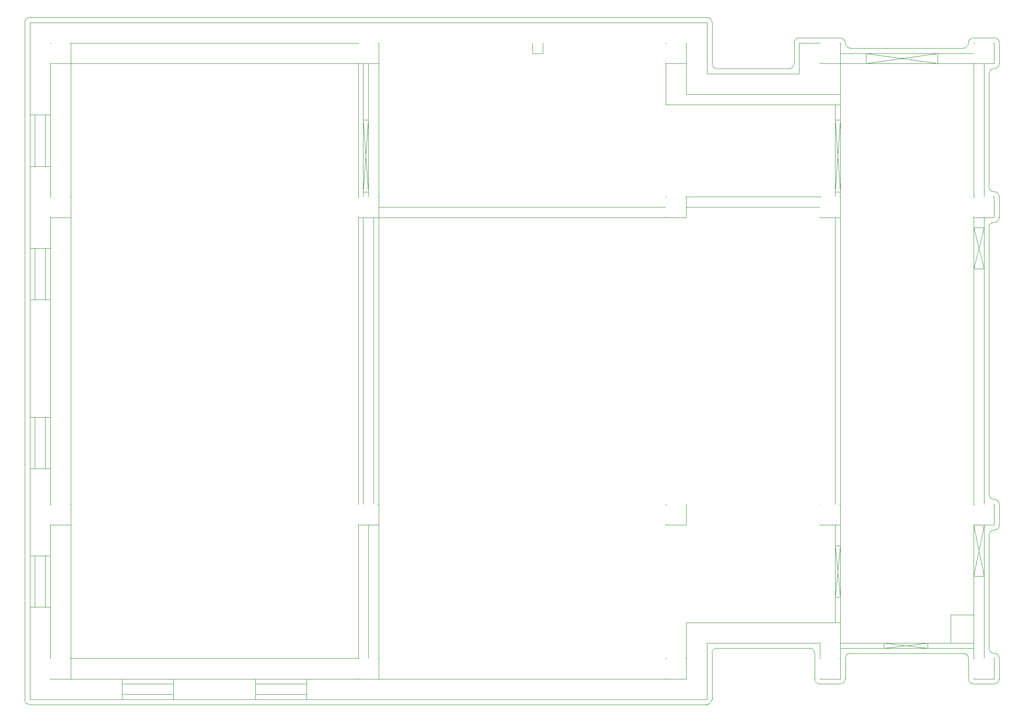
<source format=gbr>
G04 #@! TF.GenerationSoftware,KiCad,Pcbnew,6.0.10+dfsg-1~bpo11+1*
G04 #@! TF.ProjectId,storage,73746f72-6167-4652-9e6b-696361645f70,5.0*
G04 #@! TF.SameCoordinates,Original*
G04 #@! TF.FileFunction,Legend,Bot*
G04 #@! TF.FilePolarity,Positive*
%FSLAX46Y46*%
G04 Gerber Fmt 4.6, Leading zero omitted, Abs format (unit mm)*
%MOMM*%
%LPD*%
G01*
G04 APERTURE LIST*
%ADD10C,0.120000*%
G04 #@! TA.AperFunction,Profile*
%ADD11C,0.120000*%
G04 #@! TD*
G04 APERTURE END LIST*
D10*
X115000000Y-65000000D02*
X115000000Y-121000000D01*
X59000000Y-31000000D02*
X59000000Y-35000000D01*
X205000000Y-31000000D02*
X209000000Y-31000000D01*
X119000000Y-35000000D02*
X115000000Y-35000000D01*
X179000000Y-151000000D02*
X179000000Y-155000000D01*
X209000000Y-35000000D02*
X209000000Y-61000000D01*
X235000000Y-151000000D02*
X239000000Y-151000000D01*
X235000000Y-149000000D02*
X209000000Y-149000000D01*
X179000000Y-144000000D02*
X209000000Y-144000000D01*
X208000000Y-46000000D02*
X209000000Y-60000000D01*
X209000000Y-129000000D02*
X208000000Y-129000000D01*
X239000000Y-35000000D02*
X235000000Y-35000000D01*
X105000000Y-156000000D02*
X95000000Y-156000000D01*
X239000000Y-121000000D02*
X239000000Y-125000000D01*
X55000000Y-151000000D02*
X59000000Y-151000000D01*
X230500000Y-148000000D02*
X230500000Y-142500000D01*
X55000000Y-35000000D02*
X55000000Y-31000000D01*
X55000000Y-35000000D02*
X55000000Y-61000000D01*
X151000000Y-33000000D02*
X151000000Y-31000000D01*
X175000000Y-151000000D02*
X179000000Y-151000000D01*
X235000000Y-75000000D02*
X237000000Y-75000000D01*
X205000000Y-151000000D02*
X205000000Y-148000000D01*
X59000000Y-155000000D02*
X55000000Y-155000000D01*
X209000000Y-151000000D02*
X209000000Y-155000000D01*
X235000000Y-67000000D02*
X237000000Y-67000000D01*
X117000000Y-125000000D02*
X117000000Y-151000000D01*
X59000000Y-121000000D02*
X59000000Y-125000000D01*
X175000000Y-65000000D02*
X175000000Y-61000000D01*
X115000000Y-151000000D02*
X59000000Y-151000000D01*
X209000000Y-121000000D02*
X209000000Y-65000000D01*
X116000000Y-121000000D02*
X116000000Y-65000000D01*
X228000000Y-33000000D02*
X214000000Y-35000000D01*
X237000000Y-125000000D02*
X237000000Y-151000000D01*
X116000000Y-60000000D02*
X117000000Y-46000000D01*
X55000000Y-104000000D02*
X51000000Y-104000000D01*
X237000000Y-35000000D02*
X237000000Y-61000000D01*
X183000000Y-37000000D02*
X183000000Y-27000000D01*
X54000000Y-141000000D02*
X54000000Y-131000000D01*
X209000000Y-121000000D02*
X209000000Y-125000000D01*
X179000000Y-31000000D02*
X179000000Y-35000000D01*
X54000000Y-55000000D02*
X54000000Y-45000000D01*
X201000000Y-37000000D02*
X183000000Y-37000000D01*
X52000000Y-81000000D02*
X52000000Y-71000000D01*
X117000000Y-46000000D02*
X116000000Y-46000000D01*
X115000000Y-121000000D02*
X119000000Y-121000000D01*
X175000000Y-31000000D02*
X179000000Y-31000000D01*
X115000000Y-155000000D02*
X115000000Y-151000000D01*
X239000000Y-65000000D02*
X235000000Y-65000000D01*
X209000000Y-148000000D02*
X235000000Y-148000000D01*
X119000000Y-151000000D02*
X119000000Y-155000000D01*
X226000000Y-148000000D02*
X226000000Y-149000000D01*
X179000000Y-35000000D02*
X175000000Y-35000000D01*
X59000000Y-121000000D02*
X59000000Y-65000000D01*
X175000000Y-63000000D02*
X119000000Y-63000000D01*
X55000000Y-45000000D02*
X51000000Y-45000000D01*
X237000000Y-135000000D02*
X235000000Y-135000000D01*
X209000000Y-151000000D02*
X209000000Y-125000000D01*
X115000000Y-125000000D02*
X115000000Y-121000000D01*
X205000000Y-151000000D02*
X209000000Y-151000000D01*
X55000000Y-125000000D02*
X55000000Y-121000000D01*
X205000000Y-61000000D02*
X209000000Y-61000000D01*
X59000000Y-151000000D02*
X59000000Y-155000000D01*
X235000000Y-155000000D02*
X235000000Y-151000000D01*
X59000000Y-151000000D02*
X59000000Y-125000000D01*
X51000000Y-131000000D02*
X55000000Y-131000000D01*
X235000000Y-121000000D02*
X239000000Y-121000000D01*
X55000000Y-61000000D02*
X59000000Y-61000000D01*
X175000000Y-35000000D02*
X175000000Y-31000000D01*
X55000000Y-141000000D02*
X51000000Y-141000000D01*
X205000000Y-148000000D02*
X183000000Y-148000000D01*
X209000000Y-60000000D02*
X208000000Y-60000000D01*
X116000000Y-46000000D02*
X117000000Y-60000000D01*
X209000000Y-35000000D02*
X205000000Y-35000000D01*
X208000000Y-139000000D02*
X209000000Y-139000000D01*
X237000000Y-65000000D02*
X237000000Y-121000000D01*
X175000000Y-121000000D02*
X179000000Y-121000000D01*
X95000000Y-159000000D02*
X95000000Y-155000000D01*
X69000000Y-155000000D02*
X69000000Y-159000000D01*
X179000000Y-121000000D02*
X179000000Y-125000000D01*
X115000000Y-35000000D02*
X115000000Y-61000000D01*
X230500000Y-142500000D02*
X235000000Y-142500000D01*
X235000000Y-135000000D02*
X237000000Y-125000000D01*
X208000000Y-61000000D02*
X208000000Y-43000000D01*
X183000000Y-148000000D02*
X183000000Y-159000000D01*
X209000000Y-33000000D02*
X235000000Y-33000000D01*
X205000000Y-35000000D02*
X205000000Y-31000000D01*
X116000000Y-35000000D02*
X116000000Y-61000000D01*
X115000000Y-151000000D02*
X119000000Y-151000000D01*
X217500000Y-149000000D02*
X226000000Y-148000000D01*
X235000000Y-61000000D02*
X235000000Y-35000000D01*
X175000000Y-43000000D02*
X175000000Y-35000000D01*
X209000000Y-61000000D02*
X209000000Y-65000000D01*
X59000000Y-155000000D02*
X115000000Y-155000000D01*
X214000000Y-35000000D02*
X214000000Y-33000000D01*
X119000000Y-65000000D02*
X119000000Y-121000000D01*
X205000000Y-61000000D02*
X179000000Y-61000000D01*
X235000000Y-151000000D02*
X235000000Y-125000000D01*
X119000000Y-61000000D02*
X119000000Y-65000000D01*
X175000000Y-61000000D02*
X179000000Y-61000000D01*
X55000000Y-155000000D02*
X55000000Y-151000000D01*
X79000000Y-158000000D02*
X69000000Y-158000000D01*
X51000000Y-81000000D02*
X55000000Y-81000000D01*
X55000000Y-31000000D02*
X59000000Y-31000000D01*
X51000000Y-159000000D02*
X51000000Y-27000000D01*
X208000000Y-129000000D02*
X209000000Y-139000000D01*
X149000000Y-31000000D02*
X149000000Y-33000000D01*
X239000000Y-31000000D02*
X239000000Y-35000000D01*
X54000000Y-81000000D02*
X54000000Y-71000000D01*
X179000000Y-155000000D02*
X175000000Y-155000000D01*
X118000000Y-65000000D02*
X118000000Y-121000000D01*
X235000000Y-61000000D02*
X239000000Y-61000000D01*
X179000000Y-35000000D02*
X179000000Y-41000000D01*
X179000000Y-125000000D02*
X175000000Y-125000000D01*
X119000000Y-61000000D02*
X119000000Y-35000000D01*
X179000000Y-41000000D02*
X209000000Y-41000000D01*
X209000000Y-125000000D02*
X205000000Y-125000000D01*
X115000000Y-151000000D02*
X115000000Y-125000000D01*
X105000000Y-155000000D02*
X105000000Y-159000000D01*
X175000000Y-155000000D02*
X175000000Y-151000000D01*
X55000000Y-65000000D02*
X55000000Y-121000000D01*
X119000000Y-31000000D02*
X119000000Y-35000000D01*
X235000000Y-75000000D02*
X237000000Y-67000000D01*
X55000000Y-65000000D02*
X55000000Y-61000000D01*
X115000000Y-31000000D02*
X59000000Y-31000000D01*
X235000000Y-65000000D02*
X235000000Y-61000000D01*
X217500000Y-148000000D02*
X217500000Y-149000000D01*
X235000000Y-121000000D02*
X235000000Y-65000000D01*
X59000000Y-65000000D02*
X55000000Y-65000000D01*
X179000000Y-61000000D02*
X179000000Y-65000000D01*
X79000000Y-155000000D02*
X79000000Y-159000000D01*
X209000000Y-65000000D02*
X205000000Y-65000000D01*
X105000000Y-158000000D02*
X95000000Y-158000000D01*
X54000000Y-114000000D02*
X54000000Y-104000000D01*
X205000000Y-65000000D02*
X205000000Y-61000000D01*
X119000000Y-65000000D02*
X175000000Y-65000000D01*
X226000000Y-149000000D02*
X217500000Y-148000000D01*
X55000000Y-121000000D02*
X59000000Y-121000000D01*
X209000000Y-43000000D02*
X175000000Y-43000000D01*
X119000000Y-125000000D02*
X115000000Y-125000000D01*
X208000000Y-60000000D02*
X209000000Y-46000000D01*
X119000000Y-65000000D02*
X115000000Y-65000000D01*
X115000000Y-65000000D02*
X115000000Y-61000000D01*
X52000000Y-141000000D02*
X52000000Y-131000000D01*
X205000000Y-155000000D02*
X205000000Y-151000000D01*
X205000000Y-125000000D02*
X205000000Y-121000000D01*
X179000000Y-63000000D02*
X205000000Y-63000000D01*
X237000000Y-135000000D02*
X235000000Y-125000000D01*
X235000000Y-67000000D02*
X237000000Y-75000000D01*
X115000000Y-35000000D02*
X115000000Y-31000000D01*
X175000000Y-125000000D02*
X175000000Y-121000000D01*
X235000000Y-31000000D02*
X239000000Y-31000000D01*
X55000000Y-71000000D02*
X51000000Y-71000000D01*
X179000000Y-65000000D02*
X175000000Y-65000000D01*
X208000000Y-125000000D02*
X208000000Y-144000000D01*
X209000000Y-46000000D02*
X208000000Y-46000000D01*
X205000000Y-121000000D02*
X209000000Y-121000000D01*
X59000000Y-61000000D02*
X59000000Y-65000000D01*
X239000000Y-61000000D02*
X239000000Y-65000000D01*
X115000000Y-31000000D02*
X119000000Y-31000000D01*
X179000000Y-151000000D02*
X179000000Y-144000000D01*
X51000000Y-27000000D02*
X183000000Y-27000000D01*
X209000000Y-35000000D02*
X235000000Y-35000000D01*
X239000000Y-125000000D02*
X235000000Y-125000000D01*
X115000000Y-61000000D02*
X119000000Y-61000000D01*
X52000000Y-114000000D02*
X52000000Y-104000000D01*
X209000000Y-155000000D02*
X205000000Y-155000000D01*
X239000000Y-151000000D02*
X239000000Y-155000000D01*
X51000000Y-55000000D02*
X55000000Y-55000000D01*
X235000000Y-35000000D02*
X235000000Y-31000000D01*
X228000000Y-35000000D02*
X228000000Y-33000000D01*
X209000000Y-31000000D02*
X209000000Y-35000000D01*
X55000000Y-125000000D02*
X55000000Y-151000000D01*
X117000000Y-61000000D02*
X117000000Y-35000000D01*
X208000000Y-65000000D02*
X208000000Y-121000000D01*
X51000000Y-114000000D02*
X55000000Y-114000000D01*
X117000000Y-60000000D02*
X116000000Y-60000000D01*
X239000000Y-155000000D02*
X235000000Y-155000000D01*
X235000000Y-125000000D02*
X235000000Y-121000000D01*
X52000000Y-55000000D02*
X52000000Y-45000000D01*
X59000000Y-125000000D02*
X55000000Y-125000000D01*
X119000000Y-155000000D02*
X175000000Y-155000000D01*
X201000000Y-31000000D02*
X201000000Y-37000000D01*
X59000000Y-35000000D02*
X115000000Y-35000000D01*
X79000000Y-156000000D02*
X69000000Y-156000000D01*
X119000000Y-125000000D02*
X119000000Y-151000000D01*
X214000000Y-33000000D02*
X228000000Y-35000000D01*
X205000000Y-31000000D02*
X201000000Y-31000000D01*
X119000000Y-155000000D02*
X115000000Y-155000000D01*
X208000000Y-139000000D02*
X209000000Y-129000000D01*
X59000000Y-61000000D02*
X59000000Y-35000000D01*
X119000000Y-121000000D02*
X119000000Y-125000000D01*
X149000000Y-33000000D02*
X151000000Y-33000000D01*
X59000000Y-35000000D02*
X55000000Y-35000000D01*
X183000000Y-159000000D02*
X51000000Y-159000000D01*
D11*
X51000000Y-26000000D02*
X183000000Y-26000000D01*
X240000000Y-151000000D02*
X240000000Y-155000000D01*
X210000000Y-151000000D02*
X210000000Y-155000000D01*
X183000000Y-160000000D02*
X51000000Y-160000000D01*
X184000000Y-150000000D02*
X184000000Y-159000000D01*
X203000000Y-149000000D02*
X185000000Y-149000000D01*
X200000000Y-35000000D02*
X200000000Y-31000000D01*
X185000000Y-36000000D02*
X199000000Y-36000000D01*
X211000000Y-32000000D02*
X233000000Y-32000000D01*
X240000000Y-121000000D02*
X240000000Y-125000000D01*
X209000000Y-156000000D02*
X205000000Y-156000000D01*
X238000000Y-67000000D02*
X238000000Y-119000000D01*
X234000000Y-155000000D02*
X234000000Y-151000000D01*
X239000000Y-156000000D02*
X235000000Y-156000000D01*
X233000000Y-150000000D02*
X211000000Y-150000000D01*
X201000000Y-30000000D02*
X209000000Y-30000000D01*
X240000000Y-31000000D02*
X240000000Y-35000000D01*
X184000000Y-27000000D02*
X184000000Y-35000000D01*
X204000000Y-155000000D02*
X204000000Y-150000000D01*
X50000000Y-159000000D02*
X50000000Y-27000000D01*
X235000000Y-30000000D02*
X239000000Y-30000000D01*
X238000000Y-37000000D02*
X238000000Y-59000000D01*
X238000000Y-127000000D02*
X238000000Y-149000000D01*
X240000000Y-61000000D02*
X240000000Y-65000000D01*
X51000000Y-26000000D02*
G75*
G03*
X50000000Y-27000000I-1J-999999D01*
G01*
X50000000Y-159000000D02*
G75*
G03*
X51000000Y-160000000I999999J-1D01*
G01*
X238000000Y-119000000D02*
G75*
G03*
X239000000Y-120000000I1000000J0D01*
G01*
X199000000Y-36000000D02*
G75*
G03*
X200000000Y-35000000I0J1000000D01*
G01*
X234000000Y-155000000D02*
G75*
G03*
X235000000Y-156000000I1000000J0D01*
G01*
X211000000Y-150000000D02*
G75*
G03*
X210000000Y-151000000I0J-1000000D01*
G01*
X240000000Y-151000000D02*
G75*
G03*
X239000000Y-150000000I-1000000J0D01*
G01*
X239000000Y-126000000D02*
G75*
G03*
X240000000Y-125000000I0J1000000D01*
G01*
X239000000Y-36000000D02*
G75*
G03*
X240000000Y-35000000I0J1000000D01*
G01*
X184000000Y-27000000D02*
G75*
G03*
X183000000Y-26000000I-1000000J0D01*
G01*
X183000000Y-160000000D02*
G75*
G03*
X184000000Y-159000000I0J1000000D01*
G01*
X239000000Y-66000000D02*
G75*
G03*
X240000000Y-65000000I0J1000000D01*
G01*
X185000000Y-149000000D02*
G75*
G03*
X184000000Y-150000000I0J-1000000D01*
G01*
X238000000Y-59000000D02*
G75*
G03*
X239000000Y-60000000I1000000J0D01*
G01*
X239000000Y-126000000D02*
G75*
G03*
X238000000Y-127000000I0J-1000000D01*
G01*
X240000000Y-121000000D02*
G75*
G03*
X239000000Y-120000000I-1000000J0D01*
G01*
X239000000Y-36000000D02*
G75*
G03*
X238000000Y-37000000I0J-1000000D01*
G01*
X240000000Y-61000000D02*
G75*
G03*
X239000000Y-60000000I-1000000J0D01*
G01*
X234000000Y-151000000D02*
G75*
G03*
X233000000Y-150000000I-1000000J0D01*
G01*
X239000000Y-66000000D02*
G75*
G03*
X238000000Y-67000000I0J-1000000D01*
G01*
X210000000Y-31000000D02*
G75*
G03*
X209000000Y-30000000I-1000000J0D01*
G01*
X240000000Y-31000000D02*
G75*
G03*
X239000000Y-30000000I-1000000J0D01*
G01*
X204000000Y-155000000D02*
G75*
G03*
X205000000Y-156000000I1000000J0D01*
G01*
X210000000Y-31000000D02*
G75*
G03*
X211000000Y-32000000I1000000J0D01*
G01*
X233000000Y-32000000D02*
G75*
G03*
X234000000Y-31000000I0J1000000D01*
G01*
X239000000Y-156000000D02*
G75*
G03*
X240000000Y-155000000I0J1000000D01*
G01*
X209000000Y-156000000D02*
G75*
G03*
X210000000Y-155000000I0J1000000D01*
G01*
X201000000Y-30000000D02*
G75*
G03*
X200000000Y-31000000I0J-1000000D01*
G01*
X235000000Y-30000000D02*
G75*
G03*
X234000000Y-31000000I0J-1000000D01*
G01*
X238000000Y-149000000D02*
G75*
G03*
X239000000Y-150000000I1000000J0D01*
G01*
X204000000Y-150000000D02*
G75*
G03*
X203000000Y-149000000I-1000000J0D01*
G01*
X184000000Y-35000000D02*
G75*
G03*
X185000000Y-36000000I1000000J0D01*
G01*
%LPC*%
G36*
G01*
X235000000Y-64800000D02*
X235000000Y-61200000D01*
G75*
G02*
X235200000Y-61000000I200000J0D01*
G01*
X238800000Y-61000000D01*
G75*
G02*
X239000000Y-61200000I0J-200000D01*
G01*
X239000000Y-64800000D01*
G75*
G02*
X238800000Y-65000000I-200000J0D01*
G01*
X235200000Y-65000000D01*
G75*
G02*
X235000000Y-64800000I0J200000D01*
G01*
G37*
G36*
G01*
X235000000Y-154800000D02*
X235000000Y-151200000D01*
G75*
G02*
X235200000Y-151000000I200000J0D01*
G01*
X238800000Y-151000000D01*
G75*
G02*
X239000000Y-151200000I0J-200000D01*
G01*
X239000000Y-154800000D01*
G75*
G02*
X238800000Y-155000000I-200000J0D01*
G01*
X235200000Y-155000000D01*
G75*
G02*
X235000000Y-154800000I0J200000D01*
G01*
G37*
G36*
G01*
X55000000Y-124800000D02*
X55000000Y-121200000D01*
G75*
G02*
X55200000Y-121000000I200000J0D01*
G01*
X58800000Y-121000000D01*
G75*
G02*
X59000000Y-121200000I0J-200000D01*
G01*
X59000000Y-124800000D01*
G75*
G02*
X58800000Y-125000000I-200000J0D01*
G01*
X55200000Y-125000000D01*
G75*
G02*
X55000000Y-124800000I0J200000D01*
G01*
G37*
G36*
G01*
X175000000Y-64800000D02*
X175000000Y-61200000D01*
G75*
G02*
X175200000Y-61000000I200000J0D01*
G01*
X178800000Y-61000000D01*
G75*
G02*
X179000000Y-61200000I0J-200000D01*
G01*
X179000000Y-64800000D01*
G75*
G02*
X178800000Y-65000000I-200000J0D01*
G01*
X175200000Y-65000000D01*
G75*
G02*
X175000000Y-64800000I0J200000D01*
G01*
G37*
G36*
G01*
X115000000Y-64800000D02*
X115000000Y-61200000D01*
G75*
G02*
X115200000Y-61000000I200000J0D01*
G01*
X118800000Y-61000000D01*
G75*
G02*
X119000000Y-61200000I0J-200000D01*
G01*
X119000000Y-64800000D01*
G75*
G02*
X118800000Y-65000000I-200000J0D01*
G01*
X115200000Y-65000000D01*
G75*
G02*
X115000000Y-64800000I0J200000D01*
G01*
G37*
G36*
G01*
X175000000Y-154800000D02*
X175000000Y-151200000D01*
G75*
G02*
X175200000Y-151000000I200000J0D01*
G01*
X178800000Y-151000000D01*
G75*
G02*
X179000000Y-151200000I0J-200000D01*
G01*
X179000000Y-154800000D01*
G75*
G02*
X178800000Y-155000000I-200000J0D01*
G01*
X175200000Y-155000000D01*
G75*
G02*
X175000000Y-154800000I0J200000D01*
G01*
G37*
G36*
G01*
X175000000Y-34800000D02*
X175000000Y-31200000D01*
G75*
G02*
X175200000Y-31000000I200000J0D01*
G01*
X178800000Y-31000000D01*
G75*
G02*
X179000000Y-31200000I0J-200000D01*
G01*
X179000000Y-34800000D01*
G75*
G02*
X178800000Y-35000000I-200000J0D01*
G01*
X175200000Y-35000000D01*
G75*
G02*
X175000000Y-34800000I0J200000D01*
G01*
G37*
G36*
G01*
X55000000Y-64800000D02*
X55000000Y-61200000D01*
G75*
G02*
X55200000Y-61000000I200000J0D01*
G01*
X58800000Y-61000000D01*
G75*
G02*
X59000000Y-61200000I0J-200000D01*
G01*
X59000000Y-64800000D01*
G75*
G02*
X58800000Y-65000000I-200000J0D01*
G01*
X55200000Y-65000000D01*
G75*
G02*
X55000000Y-64800000I0J200000D01*
G01*
G37*
G36*
G01*
X205000000Y-34800000D02*
X205000000Y-31200000D01*
G75*
G02*
X205200000Y-31000000I200000J0D01*
G01*
X208800000Y-31000000D01*
G75*
G02*
X209000000Y-31200000I0J-200000D01*
G01*
X209000000Y-34800000D01*
G75*
G02*
X208800000Y-35000000I-200000J0D01*
G01*
X205200000Y-35000000D01*
G75*
G02*
X205000000Y-34800000I0J200000D01*
G01*
G37*
G36*
G01*
X115000000Y-154800000D02*
X115000000Y-151200000D01*
G75*
G02*
X115200000Y-151000000I200000J0D01*
G01*
X118800000Y-151000000D01*
G75*
G02*
X119000000Y-151200000I0J-200000D01*
G01*
X119000000Y-154800000D01*
G75*
G02*
X118800000Y-155000000I-200000J0D01*
G01*
X115200000Y-155000000D01*
G75*
G02*
X115000000Y-154800000I0J200000D01*
G01*
G37*
G36*
G01*
X205000000Y-64800000D02*
X205000000Y-61200000D01*
G75*
G02*
X205200000Y-61000000I200000J0D01*
G01*
X208800000Y-61000000D01*
G75*
G02*
X209000000Y-61200000I0J-200000D01*
G01*
X209000000Y-64800000D01*
G75*
G02*
X208800000Y-65000000I-200000J0D01*
G01*
X205200000Y-65000000D01*
G75*
G02*
X205000000Y-64800000I0J200000D01*
G01*
G37*
G36*
G01*
X205000000Y-124800000D02*
X205000000Y-121200000D01*
G75*
G02*
X205200000Y-121000000I200000J0D01*
G01*
X208800000Y-121000000D01*
G75*
G02*
X209000000Y-121200000I0J-200000D01*
G01*
X209000000Y-124800000D01*
G75*
G02*
X208800000Y-125000000I-200000J0D01*
G01*
X205200000Y-125000000D01*
G75*
G02*
X205000000Y-124800000I0J200000D01*
G01*
G37*
G36*
G01*
X115000000Y-34800000D02*
X115000000Y-31200000D01*
G75*
G02*
X115200000Y-31000000I200000J0D01*
G01*
X118800000Y-31000000D01*
G75*
G02*
X119000000Y-31200000I0J-200000D01*
G01*
X119000000Y-34800000D01*
G75*
G02*
X118800000Y-35000000I-200000J0D01*
G01*
X115200000Y-35000000D01*
G75*
G02*
X115000000Y-34800000I0J200000D01*
G01*
G37*
G36*
G01*
X235000000Y-124800000D02*
X235000000Y-121200000D01*
G75*
G02*
X235200000Y-121000000I200000J0D01*
G01*
X238800000Y-121000000D01*
G75*
G02*
X239000000Y-121200000I0J-200000D01*
G01*
X239000000Y-124800000D01*
G75*
G02*
X238800000Y-125000000I-200000J0D01*
G01*
X235200000Y-125000000D01*
G75*
G02*
X235000000Y-124800000I0J200000D01*
G01*
G37*
G36*
G01*
X55000000Y-154800000D02*
X55000000Y-151200000D01*
G75*
G02*
X55200000Y-151000000I200000J0D01*
G01*
X58800000Y-151000000D01*
G75*
G02*
X59000000Y-151200000I0J-200000D01*
G01*
X59000000Y-154800000D01*
G75*
G02*
X58800000Y-155000000I-200000J0D01*
G01*
X55200000Y-155000000D01*
G75*
G02*
X55000000Y-154800000I0J200000D01*
G01*
G37*
G36*
G01*
X205000000Y-154800000D02*
X205000000Y-151200000D01*
G75*
G02*
X205200000Y-151000000I200000J0D01*
G01*
X208800000Y-151000000D01*
G75*
G02*
X209000000Y-151200000I0J-200000D01*
G01*
X209000000Y-154800000D01*
G75*
G02*
X208800000Y-155000000I-200000J0D01*
G01*
X205200000Y-155000000D01*
G75*
G02*
X205000000Y-154800000I0J200000D01*
G01*
G37*
G36*
G01*
X235000000Y-34800000D02*
X235000000Y-31200000D01*
G75*
G02*
X235200000Y-31000000I200000J0D01*
G01*
X238800000Y-31000000D01*
G75*
G02*
X239000000Y-31200000I0J-200000D01*
G01*
X239000000Y-34800000D01*
G75*
G02*
X238800000Y-35000000I-200000J0D01*
G01*
X235200000Y-35000000D01*
G75*
G02*
X235000000Y-34800000I0J200000D01*
G01*
G37*
G36*
G01*
X175000000Y-124800000D02*
X175000000Y-121200000D01*
G75*
G02*
X175200000Y-121000000I200000J0D01*
G01*
X178800000Y-121000000D01*
G75*
G02*
X179000000Y-121200000I0J-200000D01*
G01*
X179000000Y-124800000D01*
G75*
G02*
X178800000Y-125000000I-200000J0D01*
G01*
X175200000Y-125000000D01*
G75*
G02*
X175000000Y-124800000I0J200000D01*
G01*
G37*
G36*
G01*
X55000000Y-34800000D02*
X55000000Y-31200000D01*
G75*
G02*
X55200000Y-31000000I200000J0D01*
G01*
X58800000Y-31000000D01*
G75*
G02*
X59000000Y-31200000I0J-200000D01*
G01*
X59000000Y-34800000D01*
G75*
G02*
X58800000Y-35000000I-200000J0D01*
G01*
X55200000Y-35000000D01*
G75*
G02*
X55000000Y-34800000I0J200000D01*
G01*
G37*
G36*
G01*
X115000000Y-124800000D02*
X115000000Y-121200000D01*
G75*
G02*
X115200000Y-121000000I200000J0D01*
G01*
X118800000Y-121000000D01*
G75*
G02*
X119000000Y-121200000I0J-200000D01*
G01*
X119000000Y-124800000D01*
G75*
G02*
X118800000Y-125000000I-200000J0D01*
G01*
X115200000Y-125000000D01*
G75*
G02*
X115000000Y-124800000I0J200000D01*
G01*
G37*
G36*
G01*
X139750000Y-87600000D02*
X139750000Y-86400000D01*
G75*
G02*
X139900000Y-86250000I150000J0D01*
G01*
X152100000Y-86250000D01*
G75*
G02*
X152250000Y-86400000I0J-150000D01*
G01*
X152250000Y-87600000D01*
G75*
G02*
X152100000Y-87750000I-150000J0D01*
G01*
X139900000Y-87750000D01*
G75*
G02*
X139750000Y-87600000I0J150000D01*
G01*
G37*
G36*
G01*
X167250000Y-35400000D02*
X167250000Y-36600000D01*
G75*
G02*
X167100000Y-36750000I-150000J0D01*
G01*
X154900000Y-36750000D01*
G75*
G02*
X154750000Y-36600000I0J150000D01*
G01*
X154750000Y-35400000D01*
G75*
G02*
X154900000Y-35250000I150000J0D01*
G01*
X167100000Y-35250000D01*
G75*
G02*
X167250000Y-35400000I0J-150000D01*
G01*
G37*
G36*
G01*
X134250000Y-75400000D02*
X134250000Y-80600000D01*
G75*
G02*
X133600000Y-81250000I-650000J0D01*
G01*
X128400000Y-81250000D01*
G75*
G02*
X127750000Y-80600000I0J650000D01*
G01*
X127750000Y-75400000D01*
G75*
G02*
X128400000Y-74750000I650000J0D01*
G01*
X133600000Y-74750000D01*
G75*
G02*
X134250000Y-75400000I0J-650000D01*
G01*
G37*
G36*
G01*
X134250000Y-89400000D02*
X134250000Y-94600000D01*
G75*
G02*
X133600000Y-95250000I-650000J0D01*
G01*
X128400000Y-95250000D01*
G75*
G02*
X127750000Y-94600000I0J650000D01*
G01*
X127750000Y-89400000D01*
G75*
G02*
X128400000Y-88750000I650000J0D01*
G01*
X133600000Y-88750000D01*
G75*
G02*
X134250000Y-89400000I0J-650000D01*
G01*
G37*
M02*

</source>
